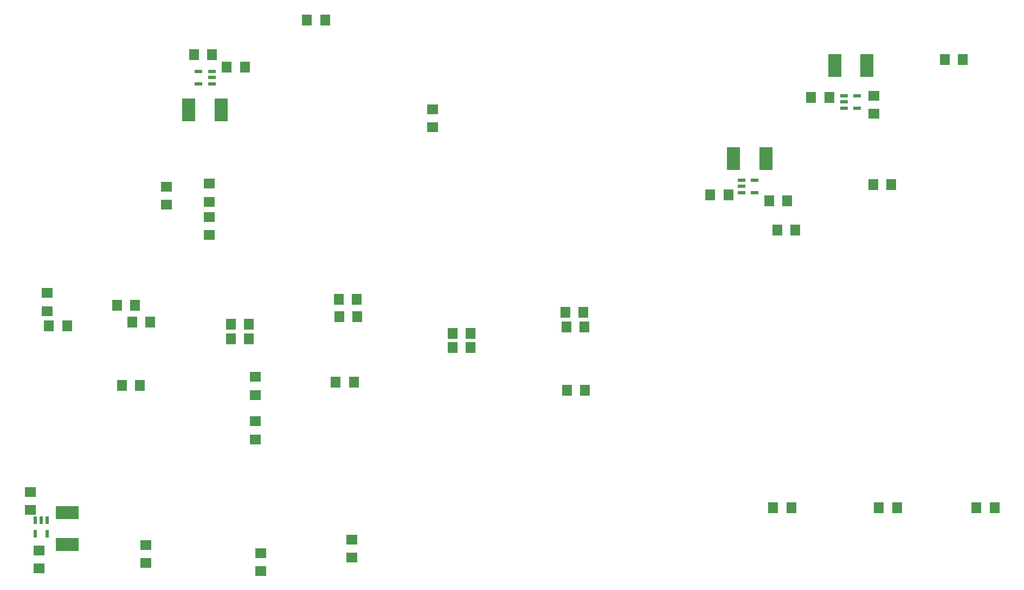
<source format=gbr>
G04 EAGLE Gerber RS-274X export*
G75*
%MOMM*%
%FSLAX34Y34*%
%LPD*%
%INSolderpaste Bottom*%
%IPPOS*%
%AMOC8*
5,1,8,0,0,1.08239X$1,22.5*%
G01*
%ADD10R,1.803000X1.600000*%
%ADD11R,1.600000X1.803000*%
%ADD12R,0.609200X1.180100*%
%ADD13R,1.180100X0.609200*%
%ADD14R,3.611800X2.061800*%
%ADD15R,2.061800X3.611800*%
%ADD16R,1.800000X1.600000*%
%ADD17R,1.600000X1.800000*%


D10*
X521335Y90293D03*
X521335Y61853D03*
X200025Y81784D03*
X200025Y53344D03*
D11*
X1497080Y139700D03*
X1525520Y139700D03*
X1344680Y139700D03*
X1373120Y139700D03*
X1179580Y139700D03*
X1208020Y139700D03*
X496574Y336296D03*
X525014Y336296D03*
D10*
X647700Y763520D03*
X647700Y735080D03*
D11*
X479802Y902970D03*
X451362Y902970D03*
X162437Y331470D03*
X190877Y331470D03*
X857508Y324104D03*
X885948Y324104D03*
D12*
X26822Y120227D03*
X36322Y120227D03*
X45822Y120227D03*
X45822Y99737D03*
X26822Y99737D03*
D13*
X302853Y822300D03*
X302853Y812800D03*
X302853Y803300D03*
X282363Y803300D03*
X282363Y822300D03*
X1290235Y765200D03*
X1290235Y774700D03*
X1290235Y784200D03*
X1310725Y784200D03*
X1310725Y765200D03*
X1130215Y633120D03*
X1130215Y642620D03*
X1130215Y652120D03*
X1150705Y652120D03*
X1150705Y633120D03*
D14*
X76708Y132692D03*
X76708Y82192D03*
D15*
X1275738Y831850D03*
X1326238Y831850D03*
X317350Y762000D03*
X266850Y762000D03*
X1117750Y685800D03*
X1168250Y685800D03*
D16*
X32893Y73436D03*
X32893Y45436D03*
D17*
X275433Y848233D03*
X303433Y848233D03*
D16*
X379603Y69245D03*
X379603Y41245D03*
D17*
X1173450Y620014D03*
X1201450Y620014D03*
D16*
X1337310Y756128D03*
X1337310Y784128D03*
D10*
X45339Y476119D03*
X45339Y447679D03*
D11*
X48518Y424815D03*
X76958Y424815D03*
D10*
X370459Y344547D03*
X370459Y316107D03*
X370713Y275205D03*
X370713Y246765D03*
D11*
X1109976Y629158D03*
X1081536Y629158D03*
X1239016Y781558D03*
X1267456Y781558D03*
X326394Y829056D03*
X354834Y829056D03*
D10*
X19177Y136275D03*
X19177Y164715D03*
D17*
X1186404Y574040D03*
X1214404Y574040D03*
X706658Y390652D03*
X678658Y390652D03*
X706658Y412623D03*
X678658Y412623D03*
X178786Y430276D03*
X206786Y430276D03*
X154529Y456565D03*
X182529Y456565D03*
X855061Y445897D03*
X883061Y445897D03*
X856712Y422656D03*
X884712Y422656D03*
X360329Y426593D03*
X332329Y426593D03*
X360583Y404241D03*
X332583Y404241D03*
X501366Y466217D03*
X529366Y466217D03*
X501747Y438785D03*
X529747Y438785D03*
D10*
X299212Y647061D03*
X299212Y618621D03*
X299085Y594737D03*
X299085Y566297D03*
D16*
X231902Y614142D03*
X231902Y642142D03*
D17*
X1476024Y840740D03*
X1448024Y840740D03*
X1364391Y645795D03*
X1336391Y645795D03*
M02*

</source>
